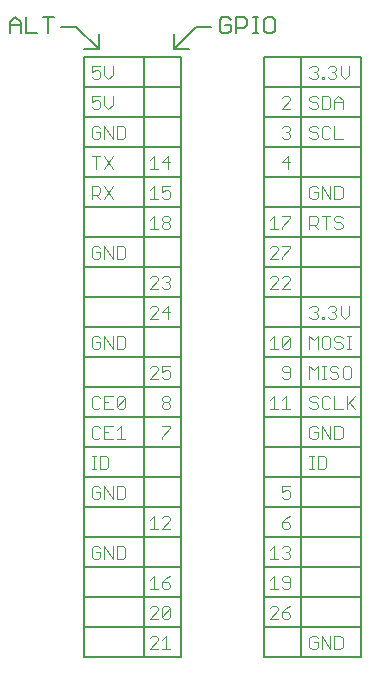
<source format=gto>
G75*
%MOIN*%
%OFA0B0*%
%FSLAX25Y25*%
%IPPOS*%
%LPD*%
%AMOC8*
5,1,8,0,0,1.08239X$1,22.5*
%
%ADD10C,0.00400*%
%ADD11C,0.00800*%
%ADD12C,0.00500*%
D10*
X0031884Y0066200D02*
X0033252Y0066200D01*
X0033936Y0066884D01*
X0033936Y0068252D01*
X0032568Y0068252D01*
X0033936Y0069620D02*
X0033252Y0070304D01*
X0031884Y0070304D01*
X0031200Y0069620D01*
X0031200Y0066884D01*
X0031884Y0066200D01*
X0035344Y0066200D02*
X0035344Y0070304D01*
X0038079Y0066200D01*
X0038079Y0070304D01*
X0039487Y0070304D02*
X0039487Y0066200D01*
X0041539Y0066200D01*
X0042223Y0066884D01*
X0042223Y0069620D01*
X0041539Y0070304D01*
X0039487Y0070304D01*
X0039487Y0086200D02*
X0041539Y0086200D01*
X0042223Y0086884D01*
X0042223Y0089620D01*
X0041539Y0090304D01*
X0039487Y0090304D01*
X0039487Y0086200D01*
X0038079Y0086200D02*
X0038079Y0090304D01*
X0035344Y0090304D02*
X0035344Y0086200D01*
X0033936Y0086884D02*
X0033936Y0088252D01*
X0032568Y0088252D01*
X0033936Y0089620D02*
X0033252Y0090304D01*
X0031884Y0090304D01*
X0031200Y0089620D01*
X0031200Y0086884D01*
X0031884Y0086200D01*
X0033252Y0086200D01*
X0033936Y0086884D01*
X0035344Y0090304D02*
X0038079Y0086200D01*
X0036014Y0096200D02*
X0033962Y0096200D01*
X0033962Y0100304D01*
X0036014Y0100304D01*
X0036698Y0099620D01*
X0036698Y0096884D01*
X0036014Y0096200D01*
X0032568Y0096200D02*
X0031200Y0096200D01*
X0031884Y0096200D02*
X0031884Y0100304D01*
X0031200Y0100304D02*
X0032568Y0100304D01*
X0031884Y0106200D02*
X0033252Y0106200D01*
X0033936Y0106884D01*
X0035344Y0106200D02*
X0035344Y0110304D01*
X0038079Y0110304D01*
X0039487Y0108936D02*
X0040855Y0110304D01*
X0040855Y0106200D01*
X0039487Y0106200D02*
X0042223Y0106200D01*
X0038079Y0106200D02*
X0035344Y0106200D01*
X0035344Y0108252D02*
X0036711Y0108252D01*
X0033936Y0109620D02*
X0033252Y0110304D01*
X0031884Y0110304D01*
X0031200Y0109620D01*
X0031200Y0106884D01*
X0031884Y0106200D01*
X0031884Y0116200D02*
X0033252Y0116200D01*
X0033936Y0116884D01*
X0035344Y0116200D02*
X0038079Y0116200D01*
X0039487Y0116884D02*
X0039487Y0119620D01*
X0040171Y0120304D01*
X0041539Y0120304D01*
X0042223Y0119620D01*
X0039487Y0116884D01*
X0040171Y0116200D01*
X0041539Y0116200D01*
X0042223Y0116884D01*
X0042223Y0119620D01*
X0038079Y0120304D02*
X0035344Y0120304D01*
X0035344Y0116200D01*
X0035344Y0118252D02*
X0036711Y0118252D01*
X0033936Y0119620D02*
X0033252Y0120304D01*
X0031884Y0120304D01*
X0031200Y0119620D01*
X0031200Y0116884D01*
X0031884Y0116200D01*
X0031884Y0136200D02*
X0033252Y0136200D01*
X0033936Y0136884D01*
X0033936Y0138252D01*
X0032568Y0138252D01*
X0033936Y0139620D02*
X0033252Y0140304D01*
X0031884Y0140304D01*
X0031200Y0139620D01*
X0031200Y0136884D01*
X0031884Y0136200D01*
X0035344Y0136200D02*
X0035344Y0140304D01*
X0038079Y0136200D01*
X0038079Y0140304D01*
X0039487Y0140304D02*
X0039487Y0136200D01*
X0041539Y0136200D01*
X0042223Y0136884D01*
X0042223Y0139620D01*
X0041539Y0140304D01*
X0039487Y0140304D01*
X0050413Y0146200D02*
X0053149Y0148936D01*
X0053149Y0149620D01*
X0052465Y0150304D01*
X0051097Y0150304D01*
X0050413Y0149620D01*
X0050413Y0146200D02*
X0053149Y0146200D01*
X0054556Y0148252D02*
X0057292Y0148252D01*
X0056608Y0146200D02*
X0056608Y0150304D01*
X0054556Y0148252D01*
X0055240Y0156200D02*
X0054556Y0156884D01*
X0055240Y0156200D02*
X0056608Y0156200D01*
X0057292Y0156884D01*
X0057292Y0157568D01*
X0056608Y0158252D01*
X0055924Y0158252D01*
X0056608Y0158252D02*
X0057292Y0158936D01*
X0057292Y0159620D01*
X0056608Y0160304D01*
X0055240Y0160304D01*
X0054556Y0159620D01*
X0053149Y0159620D02*
X0052465Y0160304D01*
X0051097Y0160304D01*
X0050413Y0159620D01*
X0053149Y0158936D02*
X0050413Y0156200D01*
X0053149Y0156200D01*
X0053149Y0158936D02*
X0053149Y0159620D01*
X0053149Y0176200D02*
X0050413Y0176200D01*
X0051781Y0176200D02*
X0051781Y0180304D01*
X0050413Y0178936D01*
X0054556Y0178936D02*
X0054556Y0179620D01*
X0055240Y0180304D01*
X0056608Y0180304D01*
X0057292Y0179620D01*
X0057292Y0178936D01*
X0056608Y0178252D01*
X0055240Y0178252D01*
X0054556Y0178936D01*
X0055240Y0178252D02*
X0054556Y0177568D01*
X0054556Y0176884D01*
X0055240Y0176200D01*
X0056608Y0176200D01*
X0057292Y0176884D01*
X0057292Y0177568D01*
X0056608Y0178252D01*
X0056608Y0186200D02*
X0055240Y0186200D01*
X0054556Y0186884D01*
X0054556Y0188252D02*
X0055924Y0188936D01*
X0056608Y0188936D01*
X0057292Y0188252D01*
X0057292Y0186884D01*
X0056608Y0186200D01*
X0057292Y0190304D02*
X0054556Y0190304D01*
X0054556Y0188252D01*
X0053149Y0186200D02*
X0050413Y0186200D01*
X0051781Y0186200D02*
X0051781Y0190304D01*
X0050413Y0188936D01*
X0050413Y0196200D02*
X0053149Y0196200D01*
X0051781Y0196200D02*
X0051781Y0200304D01*
X0050413Y0198936D01*
X0054556Y0198252D02*
X0057292Y0198252D01*
X0056608Y0200304D02*
X0054556Y0198252D01*
X0056608Y0196200D02*
X0056608Y0200304D01*
X0042223Y0206884D02*
X0041539Y0206200D01*
X0039487Y0206200D01*
X0039487Y0210304D01*
X0041539Y0210304D01*
X0042223Y0209620D01*
X0042223Y0206884D01*
X0038079Y0206200D02*
X0038079Y0210304D01*
X0035344Y0210304D02*
X0035344Y0206200D01*
X0033936Y0206884D02*
X0033936Y0208252D01*
X0032568Y0208252D01*
X0033936Y0209620D02*
X0033252Y0210304D01*
X0031884Y0210304D01*
X0031200Y0209620D01*
X0031200Y0206884D01*
X0031884Y0206200D01*
X0033252Y0206200D01*
X0033936Y0206884D01*
X0035344Y0210304D02*
X0038079Y0206200D01*
X0038079Y0200304D02*
X0035344Y0196200D01*
X0038079Y0196200D02*
X0035344Y0200304D01*
X0033936Y0200304D02*
X0031200Y0200304D01*
X0032568Y0200304D02*
X0032568Y0196200D01*
X0033252Y0190304D02*
X0031200Y0190304D01*
X0031200Y0186200D01*
X0031200Y0187568D02*
X0033252Y0187568D01*
X0033936Y0188252D01*
X0033936Y0189620D01*
X0033252Y0190304D01*
X0032568Y0187568D02*
X0033936Y0186200D01*
X0035344Y0186200D02*
X0038079Y0190304D01*
X0035344Y0190304D02*
X0038079Y0186200D01*
X0038079Y0170304D02*
X0038079Y0166200D01*
X0035344Y0170304D01*
X0035344Y0166200D01*
X0033936Y0166884D02*
X0033936Y0168252D01*
X0032568Y0168252D01*
X0033936Y0169620D02*
X0033252Y0170304D01*
X0031884Y0170304D01*
X0031200Y0169620D01*
X0031200Y0166884D01*
X0031884Y0166200D01*
X0033252Y0166200D01*
X0033936Y0166884D01*
X0039487Y0166200D02*
X0041539Y0166200D01*
X0042223Y0166884D01*
X0042223Y0169620D01*
X0041539Y0170304D01*
X0039487Y0170304D01*
X0039487Y0166200D01*
X0051097Y0130304D02*
X0050413Y0129620D01*
X0051097Y0130304D02*
X0052465Y0130304D01*
X0053149Y0129620D01*
X0053149Y0128936D01*
X0050413Y0126200D01*
X0053149Y0126200D01*
X0054556Y0126884D02*
X0055240Y0126200D01*
X0056608Y0126200D01*
X0057292Y0126884D01*
X0057292Y0128252D01*
X0056608Y0128936D01*
X0055924Y0128936D01*
X0054556Y0128252D01*
X0054556Y0130304D01*
X0057292Y0130304D01*
X0056608Y0120304D02*
X0055240Y0120304D01*
X0054556Y0119620D01*
X0054556Y0118936D01*
X0055240Y0118252D01*
X0056608Y0118252D01*
X0057292Y0117568D01*
X0057292Y0116884D01*
X0056608Y0116200D01*
X0055240Y0116200D01*
X0054556Y0116884D01*
X0054556Y0117568D01*
X0055240Y0118252D01*
X0056608Y0118252D02*
X0057292Y0118936D01*
X0057292Y0119620D01*
X0056608Y0120304D01*
X0057292Y0110304D02*
X0054556Y0110304D01*
X0057292Y0109620D02*
X0054556Y0106884D01*
X0054556Y0106200D01*
X0057292Y0109620D02*
X0057292Y0110304D01*
X0056608Y0080304D02*
X0055240Y0080304D01*
X0054556Y0079620D01*
X0057292Y0078936D02*
X0054556Y0076200D01*
X0057292Y0076200D01*
X0057292Y0078936D02*
X0057292Y0079620D01*
X0056608Y0080304D01*
X0053149Y0076200D02*
X0050413Y0076200D01*
X0051781Y0076200D02*
X0051781Y0080304D01*
X0050413Y0078936D01*
X0051781Y0060304D02*
X0051781Y0056200D01*
X0050413Y0056200D02*
X0053149Y0056200D01*
X0054556Y0056884D02*
X0054556Y0058252D01*
X0056608Y0058252D01*
X0057292Y0057568D01*
X0057292Y0056884D01*
X0056608Y0056200D01*
X0055240Y0056200D01*
X0054556Y0056884D01*
X0054556Y0058252D02*
X0055924Y0059620D01*
X0057292Y0060304D01*
X0056608Y0050304D02*
X0055240Y0050304D01*
X0054556Y0049620D01*
X0054556Y0046884D01*
X0057292Y0049620D01*
X0057292Y0046884D01*
X0056608Y0046200D01*
X0055240Y0046200D01*
X0054556Y0046884D01*
X0053149Y0046200D02*
X0050413Y0046200D01*
X0053149Y0048936D01*
X0053149Y0049620D01*
X0052465Y0050304D01*
X0051097Y0050304D01*
X0050413Y0049620D01*
X0050413Y0058936D02*
X0051781Y0060304D01*
X0056608Y0050304D02*
X0057292Y0049620D01*
X0055924Y0040304D02*
X0054556Y0038936D01*
X0053149Y0038936D02*
X0053149Y0039620D01*
X0052465Y0040304D01*
X0051097Y0040304D01*
X0050413Y0039620D01*
X0053149Y0038936D02*
X0050413Y0036200D01*
X0053149Y0036200D01*
X0054556Y0036200D02*
X0057292Y0036200D01*
X0055924Y0036200D02*
X0055924Y0040304D01*
X0090413Y0046200D02*
X0093149Y0048936D01*
X0093149Y0049620D01*
X0092465Y0050304D01*
X0091097Y0050304D01*
X0090413Y0049620D01*
X0090413Y0046200D02*
X0093149Y0046200D01*
X0094556Y0046884D02*
X0095240Y0046200D01*
X0096608Y0046200D01*
X0097292Y0046884D01*
X0097292Y0047568D01*
X0096608Y0048252D01*
X0094556Y0048252D01*
X0094556Y0046884D01*
X0094556Y0048252D02*
X0095924Y0049620D01*
X0097292Y0050304D01*
X0096608Y0056200D02*
X0095240Y0056200D01*
X0094556Y0056884D01*
X0095240Y0058252D02*
X0094556Y0058936D01*
X0094556Y0059620D01*
X0095240Y0060304D01*
X0096608Y0060304D01*
X0097292Y0059620D01*
X0097292Y0056884D01*
X0096608Y0056200D01*
X0097292Y0058252D02*
X0095240Y0058252D01*
X0093149Y0056200D02*
X0090413Y0056200D01*
X0091781Y0056200D02*
X0091781Y0060304D01*
X0090413Y0058936D01*
X0090413Y0066200D02*
X0093149Y0066200D01*
X0091781Y0066200D02*
X0091781Y0070304D01*
X0090413Y0068936D01*
X0094556Y0069620D02*
X0095240Y0070304D01*
X0096608Y0070304D01*
X0097292Y0069620D01*
X0097292Y0068936D01*
X0096608Y0068252D01*
X0097292Y0067568D01*
X0097292Y0066884D01*
X0096608Y0066200D01*
X0095240Y0066200D01*
X0094556Y0066884D01*
X0095924Y0068252D02*
X0096608Y0068252D01*
X0096608Y0076200D02*
X0095240Y0076200D01*
X0094556Y0076884D01*
X0094556Y0078252D01*
X0096608Y0078252D01*
X0097292Y0077568D01*
X0097292Y0076884D01*
X0096608Y0076200D01*
X0094556Y0078252D02*
X0095924Y0079620D01*
X0097292Y0080304D01*
X0096608Y0086200D02*
X0095240Y0086200D01*
X0094556Y0086884D01*
X0094556Y0088252D02*
X0095924Y0088936D01*
X0096608Y0088936D01*
X0097292Y0088252D01*
X0097292Y0086884D01*
X0096608Y0086200D01*
X0094556Y0088252D02*
X0094556Y0090304D01*
X0097292Y0090304D01*
X0103700Y0096200D02*
X0105068Y0096200D01*
X0104384Y0096200D02*
X0104384Y0100304D01*
X0103700Y0100304D02*
X0105068Y0100304D01*
X0106462Y0100304D02*
X0106462Y0096200D01*
X0108514Y0096200D01*
X0109198Y0096884D01*
X0109198Y0099620D01*
X0108514Y0100304D01*
X0106462Y0100304D01*
X0105752Y0106200D02*
X0104384Y0106200D01*
X0103700Y0106884D01*
X0103700Y0109620D01*
X0104384Y0110304D01*
X0105752Y0110304D01*
X0106436Y0109620D01*
X0106436Y0108252D02*
X0105068Y0108252D01*
X0106436Y0108252D02*
X0106436Y0106884D01*
X0105752Y0106200D01*
X0107844Y0106200D02*
X0107844Y0110304D01*
X0110579Y0106200D01*
X0110579Y0110304D01*
X0111987Y0110304D02*
X0111987Y0106200D01*
X0114039Y0106200D01*
X0114723Y0106884D01*
X0114723Y0109620D01*
X0114039Y0110304D01*
X0111987Y0110304D01*
X0111987Y0116200D02*
X0114723Y0116200D01*
X0116131Y0116200D02*
X0116131Y0120304D01*
X0116815Y0118252D02*
X0118866Y0116200D01*
X0116131Y0117568D02*
X0118866Y0120304D01*
X0116801Y0126200D02*
X0117485Y0126884D01*
X0117485Y0129620D01*
X0116801Y0130304D01*
X0115433Y0130304D01*
X0114749Y0129620D01*
X0114749Y0126884D01*
X0115433Y0126200D01*
X0116801Y0126200D01*
X0113342Y0126884D02*
X0112658Y0126200D01*
X0111290Y0126200D01*
X0110606Y0126884D01*
X0111290Y0128252D02*
X0110606Y0128936D01*
X0110606Y0129620D01*
X0111290Y0130304D01*
X0112658Y0130304D01*
X0113342Y0129620D01*
X0112658Y0128252D02*
X0113342Y0127568D01*
X0113342Y0126884D01*
X0112658Y0128252D02*
X0111290Y0128252D01*
X0109211Y0130304D02*
X0107844Y0130304D01*
X0108527Y0130304D02*
X0108527Y0126200D01*
X0107844Y0126200D02*
X0109211Y0126200D01*
X0106436Y0126200D02*
X0106436Y0130304D01*
X0105068Y0128936D01*
X0103700Y0130304D01*
X0103700Y0126200D01*
X0104384Y0120304D02*
X0103700Y0119620D01*
X0103700Y0118936D01*
X0104384Y0118252D01*
X0105752Y0118252D01*
X0106436Y0117568D01*
X0106436Y0116884D01*
X0105752Y0116200D01*
X0104384Y0116200D01*
X0103700Y0116884D01*
X0104384Y0120304D02*
X0105752Y0120304D01*
X0106436Y0119620D01*
X0107844Y0119620D02*
X0107844Y0116884D01*
X0108527Y0116200D01*
X0109895Y0116200D01*
X0110579Y0116884D01*
X0111987Y0116200D02*
X0111987Y0120304D01*
X0110579Y0119620D02*
X0109895Y0120304D01*
X0108527Y0120304D01*
X0107844Y0119620D01*
X0108527Y0136200D02*
X0107844Y0136884D01*
X0107844Y0139620D01*
X0108527Y0140304D01*
X0109895Y0140304D01*
X0110579Y0139620D01*
X0110579Y0136884D01*
X0109895Y0136200D01*
X0108527Y0136200D01*
X0106436Y0136200D02*
X0106436Y0140304D01*
X0105068Y0138936D01*
X0103700Y0140304D01*
X0103700Y0136200D01*
X0104384Y0146200D02*
X0103700Y0146884D01*
X0104384Y0146200D02*
X0105752Y0146200D01*
X0106436Y0146884D01*
X0106436Y0147568D01*
X0105752Y0148252D01*
X0105068Y0148252D01*
X0105752Y0148252D02*
X0106436Y0148936D01*
X0106436Y0149620D01*
X0105752Y0150304D01*
X0104384Y0150304D01*
X0103700Y0149620D01*
X0107844Y0146884D02*
X0107844Y0146200D01*
X0108527Y0146200D01*
X0108527Y0146884D01*
X0107844Y0146884D01*
X0109915Y0146884D02*
X0110599Y0146200D01*
X0111967Y0146200D01*
X0112651Y0146884D01*
X0112651Y0147568D01*
X0111967Y0148252D01*
X0111283Y0148252D01*
X0111967Y0148252D02*
X0112651Y0148936D01*
X0112651Y0149620D01*
X0111967Y0150304D01*
X0110599Y0150304D01*
X0109915Y0149620D01*
X0114059Y0150304D02*
X0114059Y0147568D01*
X0115427Y0146200D01*
X0116795Y0147568D01*
X0116795Y0150304D01*
X0116815Y0140304D02*
X0116815Y0136200D01*
X0117498Y0136200D02*
X0116131Y0136200D01*
X0114723Y0136884D02*
X0114039Y0136200D01*
X0112671Y0136200D01*
X0111987Y0136884D01*
X0112671Y0138252D02*
X0111987Y0138936D01*
X0111987Y0139620D01*
X0112671Y0140304D01*
X0114039Y0140304D01*
X0114723Y0139620D01*
X0114039Y0138252D02*
X0114723Y0137568D01*
X0114723Y0136884D01*
X0114039Y0138252D02*
X0112671Y0138252D01*
X0116131Y0140304D02*
X0117498Y0140304D01*
X0114039Y0176200D02*
X0112671Y0176200D01*
X0111987Y0176884D01*
X0112671Y0178252D02*
X0111987Y0178936D01*
X0111987Y0179620D01*
X0112671Y0180304D01*
X0114039Y0180304D01*
X0114723Y0179620D01*
X0114039Y0178252D02*
X0114723Y0177568D01*
X0114723Y0176884D01*
X0114039Y0176200D01*
X0114039Y0178252D02*
X0112671Y0178252D01*
X0110579Y0180304D02*
X0107844Y0180304D01*
X0109211Y0180304D02*
X0109211Y0176200D01*
X0106436Y0176200D02*
X0105068Y0177568D01*
X0105752Y0177568D02*
X0103700Y0177568D01*
X0103700Y0176200D02*
X0103700Y0180304D01*
X0105752Y0180304D01*
X0106436Y0179620D01*
X0106436Y0178252D01*
X0105752Y0177568D01*
X0105752Y0186200D02*
X0104384Y0186200D01*
X0103700Y0186884D01*
X0103700Y0189620D01*
X0104384Y0190304D01*
X0105752Y0190304D01*
X0106436Y0189620D01*
X0106436Y0188252D02*
X0105068Y0188252D01*
X0106436Y0188252D02*
X0106436Y0186884D01*
X0105752Y0186200D01*
X0107844Y0186200D02*
X0107844Y0190304D01*
X0110579Y0186200D01*
X0110579Y0190304D01*
X0111987Y0190304D02*
X0111987Y0186200D01*
X0114039Y0186200D01*
X0114723Y0186884D01*
X0114723Y0189620D01*
X0114039Y0190304D01*
X0111987Y0190304D01*
X0111987Y0206200D02*
X0114723Y0206200D01*
X0111987Y0206200D02*
X0111987Y0210304D01*
X0110579Y0209620D02*
X0109895Y0210304D01*
X0108527Y0210304D01*
X0107844Y0209620D01*
X0107844Y0206884D01*
X0108527Y0206200D01*
X0109895Y0206200D01*
X0110579Y0206884D01*
X0106436Y0206884D02*
X0105752Y0206200D01*
X0104384Y0206200D01*
X0103700Y0206884D01*
X0104384Y0208252D02*
X0105752Y0208252D01*
X0106436Y0207568D01*
X0106436Y0206884D01*
X0106436Y0209620D02*
X0105752Y0210304D01*
X0104384Y0210304D01*
X0103700Y0209620D01*
X0103700Y0208936D01*
X0104384Y0208252D01*
X0104384Y0216200D02*
X0103700Y0216884D01*
X0104384Y0216200D02*
X0105752Y0216200D01*
X0106436Y0216884D01*
X0106436Y0217568D01*
X0105752Y0218252D01*
X0104384Y0218252D01*
X0103700Y0218936D01*
X0103700Y0219620D01*
X0104384Y0220304D01*
X0105752Y0220304D01*
X0106436Y0219620D01*
X0107844Y0220304D02*
X0107844Y0216200D01*
X0109895Y0216200D01*
X0110579Y0216884D01*
X0110579Y0219620D01*
X0109895Y0220304D01*
X0107844Y0220304D01*
X0111987Y0218936D02*
X0111987Y0216200D01*
X0111987Y0218252D02*
X0114723Y0218252D01*
X0114723Y0218936D02*
X0114723Y0216200D01*
X0114723Y0218936D02*
X0113355Y0220304D01*
X0111987Y0218936D01*
X0111967Y0226200D02*
X0110599Y0226200D01*
X0109915Y0226884D01*
X0108527Y0226884D02*
X0108527Y0226200D01*
X0107844Y0226200D01*
X0107844Y0226884D01*
X0108527Y0226884D01*
X0109915Y0229620D02*
X0110599Y0230304D01*
X0111967Y0230304D01*
X0112651Y0229620D01*
X0112651Y0228936D01*
X0111967Y0228252D01*
X0112651Y0227568D01*
X0112651Y0226884D01*
X0111967Y0226200D01*
X0111967Y0228252D02*
X0111283Y0228252D01*
X0114059Y0227568D02*
X0115427Y0226200D01*
X0116795Y0227568D01*
X0116795Y0230304D01*
X0114059Y0230304D02*
X0114059Y0227568D01*
X0106436Y0227568D02*
X0106436Y0226884D01*
X0105752Y0226200D01*
X0104384Y0226200D01*
X0103700Y0226884D01*
X0105068Y0228252D02*
X0105752Y0228252D01*
X0106436Y0227568D01*
X0105752Y0228252D02*
X0106436Y0228936D01*
X0106436Y0229620D01*
X0105752Y0230304D01*
X0104384Y0230304D01*
X0103700Y0229620D01*
X0096608Y0220304D02*
X0097292Y0219620D01*
X0097292Y0218936D01*
X0094556Y0216200D01*
X0097292Y0216200D01*
X0096608Y0220304D02*
X0095240Y0220304D01*
X0094556Y0219620D01*
X0095240Y0210304D02*
X0094556Y0209620D01*
X0095240Y0210304D02*
X0096608Y0210304D01*
X0097292Y0209620D01*
X0097292Y0208936D01*
X0096608Y0208252D01*
X0097292Y0207568D01*
X0097292Y0206884D01*
X0096608Y0206200D01*
X0095240Y0206200D01*
X0094556Y0206884D01*
X0095924Y0208252D02*
X0096608Y0208252D01*
X0096608Y0200304D02*
X0094556Y0198252D01*
X0097292Y0198252D01*
X0096608Y0196200D02*
X0096608Y0200304D01*
X0097292Y0180304D02*
X0094556Y0180304D01*
X0097292Y0179620D02*
X0094556Y0176884D01*
X0094556Y0176200D01*
X0093149Y0176200D02*
X0090413Y0176200D01*
X0091781Y0176200D02*
X0091781Y0180304D01*
X0090413Y0178936D01*
X0091097Y0170304D02*
X0090413Y0169620D01*
X0091097Y0170304D02*
X0092465Y0170304D01*
X0093149Y0169620D01*
X0093149Y0168936D01*
X0090413Y0166200D01*
X0093149Y0166200D01*
X0094556Y0166200D02*
X0094556Y0166884D01*
X0097292Y0169620D01*
X0097292Y0170304D01*
X0094556Y0170304D01*
X0097292Y0179620D02*
X0097292Y0180304D01*
X0096608Y0160304D02*
X0095240Y0160304D01*
X0094556Y0159620D01*
X0093149Y0159620D02*
X0092465Y0160304D01*
X0091097Y0160304D01*
X0090413Y0159620D01*
X0093149Y0158936D02*
X0090413Y0156200D01*
X0093149Y0156200D01*
X0094556Y0156200D02*
X0097292Y0158936D01*
X0097292Y0159620D01*
X0096608Y0160304D01*
X0097292Y0156200D02*
X0094556Y0156200D01*
X0093149Y0158936D02*
X0093149Y0159620D01*
X0091781Y0140304D02*
X0090413Y0138936D01*
X0091781Y0140304D02*
X0091781Y0136200D01*
X0090413Y0136200D02*
X0093149Y0136200D01*
X0094556Y0136884D02*
X0094556Y0139620D01*
X0095240Y0140304D01*
X0096608Y0140304D01*
X0097292Y0139620D01*
X0094556Y0136884D01*
X0095240Y0136200D01*
X0096608Y0136200D01*
X0097292Y0136884D01*
X0097292Y0139620D01*
X0096608Y0130304D02*
X0095240Y0130304D01*
X0094556Y0129620D01*
X0094556Y0128936D01*
X0095240Y0128252D01*
X0097292Y0128252D01*
X0097292Y0129620D02*
X0096608Y0130304D01*
X0097292Y0129620D02*
X0097292Y0126884D01*
X0096608Y0126200D01*
X0095240Y0126200D01*
X0094556Y0126884D01*
X0095924Y0120304D02*
X0095924Y0116200D01*
X0094556Y0116200D02*
X0097292Y0116200D01*
X0094556Y0118936D02*
X0095924Y0120304D01*
X0093149Y0116200D02*
X0090413Y0116200D01*
X0091781Y0116200D02*
X0091781Y0120304D01*
X0090413Y0118936D01*
X0104384Y0040304D02*
X0103700Y0039620D01*
X0103700Y0036884D01*
X0104384Y0036200D01*
X0105752Y0036200D01*
X0106436Y0036884D01*
X0106436Y0038252D01*
X0105068Y0038252D01*
X0106436Y0039620D02*
X0105752Y0040304D01*
X0104384Y0040304D01*
X0107844Y0040304D02*
X0107844Y0036200D01*
X0110579Y0036200D02*
X0107844Y0040304D01*
X0110579Y0040304D02*
X0110579Y0036200D01*
X0111987Y0036200D02*
X0111987Y0040304D01*
X0114039Y0040304D01*
X0114723Y0039620D01*
X0114723Y0036884D01*
X0114039Y0036200D01*
X0111987Y0036200D01*
X0036711Y0216200D02*
X0035344Y0217568D01*
X0035344Y0220304D01*
X0033936Y0220304D02*
X0031200Y0220304D01*
X0031200Y0218252D01*
X0032568Y0218936D01*
X0033252Y0218936D01*
X0033936Y0218252D01*
X0033936Y0216884D01*
X0033252Y0216200D01*
X0031884Y0216200D01*
X0031200Y0216884D01*
X0036711Y0216200D02*
X0038079Y0217568D01*
X0038079Y0220304D01*
X0036711Y0226200D02*
X0035344Y0227568D01*
X0035344Y0230304D01*
X0033936Y0230304D02*
X0031200Y0230304D01*
X0031200Y0228252D01*
X0032568Y0228936D01*
X0033252Y0228936D01*
X0033936Y0228252D01*
X0033936Y0226884D01*
X0033252Y0226200D01*
X0031884Y0226200D01*
X0031200Y0226884D01*
X0036711Y0226200D02*
X0038079Y0227568D01*
X0038079Y0230304D01*
D11*
X0028500Y0043500D02*
X0028500Y0033500D01*
X0048500Y0033500D01*
X0048500Y0233500D01*
X0028500Y0233500D01*
X0028500Y0223500D01*
X0061000Y0223500D01*
X0061000Y0213500D01*
X0028500Y0213500D01*
X0028500Y0223500D01*
X0028500Y0213500D02*
X0028500Y0203500D01*
X0061000Y0203500D01*
X0061000Y0193500D01*
X0028500Y0193500D01*
X0028500Y0203500D01*
X0028500Y0193500D02*
X0028500Y0183500D01*
X0061000Y0183500D01*
X0061000Y0173500D01*
X0028500Y0173500D01*
X0028500Y0183500D01*
X0028500Y0173500D02*
X0028500Y0163500D01*
X0061000Y0163500D01*
X0061000Y0153500D01*
X0028500Y0153500D01*
X0028500Y0163500D01*
X0028500Y0153500D02*
X0028500Y0143500D01*
X0061000Y0143500D01*
X0061000Y0133500D01*
X0028500Y0133500D01*
X0028500Y0143500D01*
X0028500Y0133500D02*
X0028500Y0123500D01*
X0061000Y0123500D01*
X0061000Y0113500D01*
X0028500Y0113500D01*
X0028500Y0123500D01*
X0028500Y0113500D02*
X0028500Y0103500D01*
X0061000Y0103500D01*
X0061000Y0093500D01*
X0028500Y0093500D01*
X0028500Y0103500D01*
X0028500Y0093500D02*
X0028500Y0083500D01*
X0061000Y0083500D01*
X0061000Y0073500D01*
X0028500Y0073500D01*
X0028500Y0083500D01*
X0028500Y0073500D02*
X0028500Y0063500D01*
X0061000Y0063500D01*
X0061000Y0053500D01*
X0028500Y0053500D01*
X0028500Y0063500D01*
X0028500Y0053500D02*
X0028500Y0043500D01*
X0061000Y0043500D01*
X0061000Y0033500D01*
X0048500Y0033500D01*
X0061000Y0043500D02*
X0061000Y0053500D01*
X0061000Y0063500D02*
X0061000Y0073500D01*
X0061000Y0083500D02*
X0061000Y0093500D01*
X0061000Y0103500D02*
X0061000Y0113500D01*
X0061000Y0123500D02*
X0061000Y0133500D01*
X0061000Y0143500D02*
X0061000Y0153500D01*
X0061000Y0163500D02*
X0061000Y0173500D01*
X0061000Y0183500D02*
X0061000Y0193500D01*
X0061000Y0203500D02*
X0061000Y0213500D01*
X0061000Y0223500D02*
X0061000Y0233500D01*
X0048500Y0233500D01*
X0058500Y0236000D02*
X0063500Y0236000D01*
X0058500Y0236000D02*
X0066000Y0243500D01*
X0071000Y0243500D01*
X0058500Y0241000D02*
X0058500Y0236000D01*
X0033500Y0236000D02*
X0026000Y0243500D01*
X0021000Y0243500D01*
X0028500Y0236000D02*
X0033500Y0236000D01*
X0033500Y0241000D01*
X0088500Y0233500D02*
X0088500Y0223500D01*
X0121000Y0223500D01*
X0121000Y0213500D01*
X0088500Y0213500D01*
X0088500Y0223500D01*
X0088500Y0233500D02*
X0101000Y0233500D01*
X0101000Y0033500D01*
X0088500Y0033500D01*
X0088500Y0043500D01*
X0121000Y0043500D01*
X0121000Y0033500D01*
X0101000Y0033500D01*
X0088500Y0043500D02*
X0088500Y0053500D01*
X0121000Y0053500D01*
X0121000Y0043500D01*
X0121000Y0053500D02*
X0121000Y0063500D01*
X0088500Y0063500D01*
X0088500Y0073500D01*
X0121000Y0073500D01*
X0121000Y0063500D01*
X0121000Y0073500D02*
X0121000Y0083500D01*
X0088500Y0083500D01*
X0088500Y0093500D01*
X0121000Y0093500D01*
X0121000Y0083500D01*
X0121000Y0093500D02*
X0121000Y0103500D01*
X0088500Y0103500D01*
X0088500Y0113500D01*
X0121000Y0113500D01*
X0121000Y0103500D01*
X0121000Y0113500D02*
X0121000Y0123500D01*
X0088500Y0123500D01*
X0088500Y0133500D01*
X0121000Y0133500D01*
X0121000Y0123500D01*
X0121000Y0133500D02*
X0121000Y0143500D01*
X0088500Y0143500D01*
X0088500Y0153500D01*
X0121000Y0153500D01*
X0121000Y0143500D01*
X0121000Y0153500D02*
X0121000Y0163500D01*
X0088500Y0163500D01*
X0088500Y0173500D01*
X0121000Y0173500D01*
X0121000Y0163500D01*
X0121000Y0173500D02*
X0121000Y0183500D01*
X0088500Y0183500D01*
X0088500Y0193500D01*
X0121000Y0193500D01*
X0121000Y0183500D01*
X0121000Y0193500D02*
X0121000Y0203500D01*
X0088500Y0203500D01*
X0088500Y0213500D01*
X0088500Y0203500D02*
X0088500Y0193500D01*
X0088500Y0183500D02*
X0088500Y0173500D01*
X0088500Y0163500D02*
X0088500Y0153500D01*
X0088500Y0143500D02*
X0088500Y0133500D01*
X0088500Y0123500D02*
X0088500Y0113500D01*
X0088500Y0103500D02*
X0088500Y0093500D01*
X0088500Y0083500D02*
X0088500Y0073500D01*
X0088500Y0063500D02*
X0088500Y0053500D01*
X0121000Y0203500D02*
X0121000Y0213500D01*
X0121000Y0223500D02*
X0121000Y0233500D01*
X0101000Y0233500D01*
D12*
X0092152Y0242167D02*
X0092152Y0245837D01*
X0091235Y0246755D01*
X0089400Y0246755D01*
X0088483Y0245837D01*
X0088483Y0242167D01*
X0089400Y0241250D01*
X0091235Y0241250D01*
X0092152Y0242167D01*
X0086634Y0241250D02*
X0084799Y0241250D01*
X0085717Y0241250D02*
X0085717Y0246755D01*
X0086634Y0246755D02*
X0084799Y0246755D01*
X0082945Y0245837D02*
X0082945Y0244002D01*
X0082027Y0243085D01*
X0079275Y0243085D01*
X0079275Y0241250D02*
X0079275Y0246755D01*
X0082027Y0246755D01*
X0082945Y0245837D01*
X0077420Y0245837D02*
X0076502Y0246755D01*
X0074667Y0246755D01*
X0073750Y0245837D01*
X0073750Y0242167D01*
X0074667Y0241250D01*
X0076502Y0241250D01*
X0077420Y0242167D01*
X0077420Y0244002D01*
X0075585Y0244002D01*
X0018469Y0246755D02*
X0014799Y0246755D01*
X0016634Y0246755D02*
X0016634Y0241250D01*
X0012945Y0241250D02*
X0009275Y0241250D01*
X0009275Y0246755D01*
X0007420Y0244920D02*
X0007420Y0241250D01*
X0007420Y0244002D02*
X0003750Y0244002D01*
X0003750Y0244920D02*
X0003750Y0241250D01*
X0003750Y0244920D02*
X0005585Y0246755D01*
X0007420Y0244920D01*
M02*

</source>
